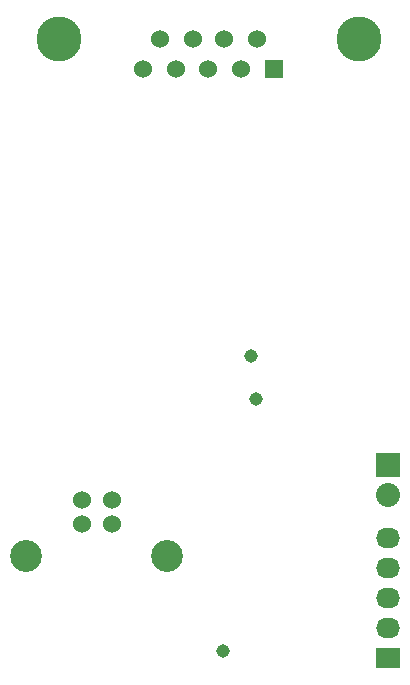
<source format=gbs>
%FSLAX46Y46*%
G04 Gerber Fmt 4.6, Leading zero omitted, Abs format (unit mm)*
G04 Created by KiCad (PCBNEW (2014-10-22 BZR 5216)-product) date Tue 10 Feb 2015 01:20:12 PM EST*
%MOMM*%
G01*
G04 APERTURE LIST*
%ADD10C,0.100000*%
%ADD11C,3.810000*%
%ADD12R,1.524000X1.524000*%
%ADD13C,1.524000*%
%ADD14R,2.032000X2.032000*%
%ADD15O,2.032000X2.032000*%
%ADD16C,2.700020*%
%ADD17R,2.032000X1.727200*%
%ADD18O,2.032000X1.727200*%
%ADD19C,1.143000*%
G04 APERTURE END LIST*
D10*
D11*
X155527000Y-97630000D03*
X130127000Y-97630000D03*
D12*
X148288000Y-100170000D03*
D13*
X145494000Y-100170000D03*
X142700000Y-100170000D03*
X140033000Y-100170000D03*
X137239000Y-100170000D03*
X138636000Y-97630000D03*
X141430000Y-97630000D03*
X144097000Y-97630000D03*
X146891000Y-97630000D03*
D14*
X158000000Y-133730000D03*
D15*
X158000000Y-136270000D03*
D13*
X134570000Y-136701000D03*
X132030000Y-136701000D03*
X132030000Y-138699980D03*
X134570000Y-138699980D03*
D16*
X139299480Y-141400000D03*
X127300520Y-141400000D03*
D17*
X158000000Y-150080000D03*
D18*
X158000000Y-147540000D03*
X158000000Y-145000000D03*
X158000000Y-142460000D03*
X158000000Y-139920000D03*
D19*
X143984500Y-149409000D03*
X146778500Y-128136500D03*
X146334000Y-124453500D03*
M02*

</source>
